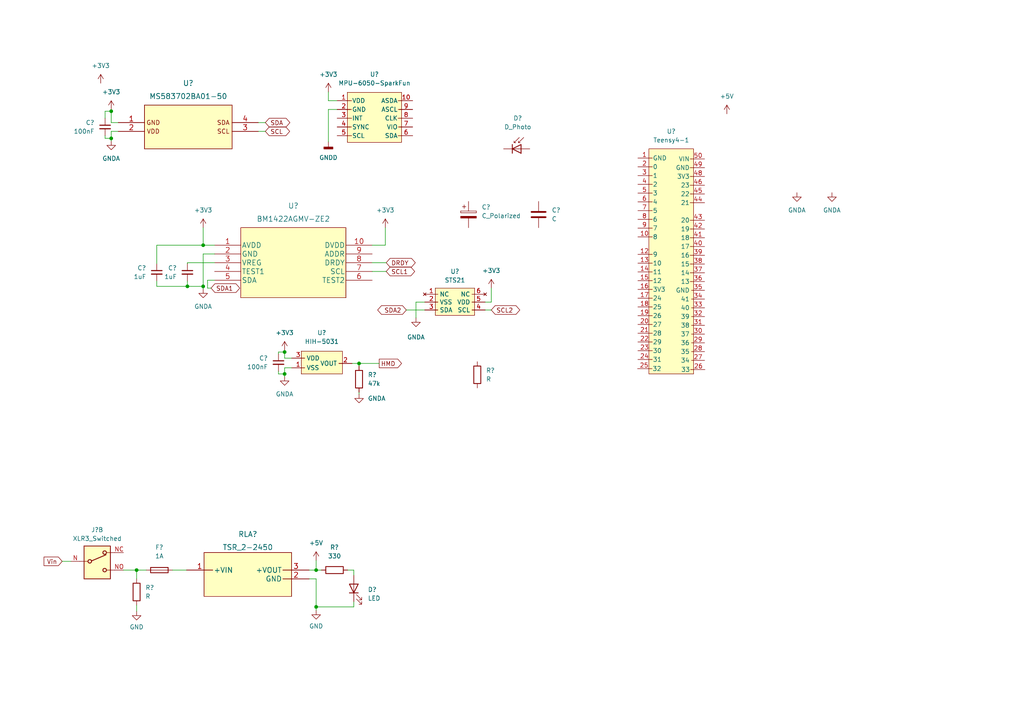
<source format=kicad_sch>
(kicad_sch (version 20211123) (generator eeschema)
  (paper "A4")
  (lib_symbols
    (symbol "CPU:Teensy4-1"
      (property "Reference" "U" (at 3.556 65.278 0))
      (property "Value" "Teensy4-1" (at 4.064 63.5 0))
      (symbol "Teensy4-1_1_1"
        (rectangle (start -2.286 62.23) (end 10.668 -3.048) (fill (type background)))
        (polyline (pts (xy -1.778 -1.524) (xy -1.3716 -1.524)) (stroke (width 0.1524)))
        (polyline (pts (xy -1.6764 1.143) (xy -1.27 1.143)) (stroke (width 0.1524)))
        (polyline (pts (xy -1.6764 3.683) (xy -1.27 3.683)) (stroke (width 0.1524)))
        (polyline (pts (xy -1.6764 6.223) (xy -1.27 6.223)) (stroke (width 0.1524)))
        (polyline (pts (xy -1.6764 8.763) (xy -1.27 8.763)) (stroke (width 0.1524)))
        (polyline (pts (xy -1.6764 11.303) (xy -1.27 11.303)) (stroke (width 0.1524)))
        (polyline (pts (xy -1.6764 13.843) (xy -1.27 13.843)) (stroke (width 0.1524)))
        (polyline (pts (xy -1.6764 16.383) (xy -1.27 16.383)) (stroke (width 0.1524)))
        (polyline (pts (xy -1.6764 18.923) (xy -1.27 18.923)) (stroke (width 0.1524)))
        (polyline (pts (xy -1.6764 21.463) (xy -1.27 21.463)) (stroke (width 0.1524)))
        (polyline (pts (xy -1.6764 24.003) (xy -1.27 24.003)) (stroke (width 0.1524)))
        (polyline (pts (xy -1.6764 26.543) (xy -1.27 26.543)) (stroke (width 0.1524)))
        (polyline (pts (xy -1.6764 29.083) (xy -1.27 29.083)) (stroke (width 0.1524)))
        (polyline (pts (xy -1.6764 31.623) (xy -1.27 31.623)) (stroke (width 0.1524)))
        (polyline (pts (xy -1.6764 36.703) (xy -1.27 36.703)) (stroke (width 0.1524)))
        (polyline (pts (xy -1.6764 39.243) (xy -1.27 39.243)) (stroke (width 0.1524)))
        (polyline (pts (xy -1.6764 41.783) (xy -1.27 41.783)) (stroke (width 0.1524)))
        (polyline (pts (xy -1.6764 44.323) (xy -1.27 44.323)) (stroke (width 0.1524)))
        (polyline (pts (xy -1.6764 46.863) (xy -1.27 46.863)) (stroke (width 0.1524)))
        (polyline (pts (xy -1.6764 49.403) (xy -1.27 49.403)) (stroke (width 0.1524)))
        (polyline (pts (xy -1.6764 51.943) (xy -1.27 51.943)) (stroke (width 0.1524)))
        (polyline (pts (xy -1.6764 54.483) (xy -1.27 54.483)) (stroke (width 0.1524)))
        (polyline (pts (xy -1.6764 57.023) (xy -1.27 57.023)) (stroke (width 0.1524)))
        (polyline (pts (xy -1.6764 59.563) (xy -1.27 59.563)) (stroke (width 0.1524)))
        (polyline (pts (xy 10.0584 23.749) (xy 9.652 23.749)) (stroke (width 0.1524)))
        (polyline (pts (xy 10.0584 26.289) (xy 9.652 26.289)) (stroke (width 0.1524)))
        (polyline (pts (xy 10.0584 28.829) (xy 9.652 28.829)) (stroke (width 0.1524)))
        (polyline (pts (xy 10.0584 31.369) (xy 9.652 31.369)) (stroke (width 0.1524)))
        (polyline (pts (xy 10.0584 33.909) (xy 9.652 33.909)) (stroke (width 0.1524)))
        (polyline (pts (xy 10.0584 36.449) (xy 9.652 36.449)) (stroke (width 0.1524)))
        (polyline (pts (xy 10.0584 38.989) (xy 9.652 38.989)) (stroke (width 0.1524)))
        (polyline (pts (xy 10.0584 41.529) (xy 9.652 41.529)) (stroke (width 0.1524)))
        (polyline (pts (xy 10.0584 46.609) (xy 9.652 46.609)) (stroke (width 0.1524)))
        (polyline (pts (xy 10.0584 49.149) (xy 9.652 49.149)) (stroke (width 0.1524)))
        (polyline (pts (xy 10.0584 51.689) (xy 9.652 51.689)) (stroke (width 0.1524)))
        (polyline (pts (xy 10.0584 54.229) (xy 9.652 54.229)) (stroke (width 0.1524)))
        (polyline (pts (xy 10.0584 56.769) (xy 9.652 56.769)) (stroke (width 0.1524)))
        (polyline (pts (xy 10.0584 59.309) (xy 9.652 59.309)) (stroke (width 0.1524)))
        (polyline (pts (xy 10.16 -1.778) (xy 9.7536 -1.778)) (stroke (width 0.1524)))
        (pin passive line (at -5.4864 59.563 0) (length 3.81) (name "GND") (number "1"))
        (pin passive line (at -5.4864 36.703 0) (length 3.81) (name "8") (number "10"))
        (pin passive line (at -5.4864 31.623 0) (length 3.81) (name "9") (number "12"))
        (pin passive line (at -5.4864 29.083 0) (length 3.81) (name "10") (number "13"))
        (pin passive line (at -5.4864 26.543 0) (length 3.81) (name "11") (number "14"))
        (pin passive line (at -5.4864 24.003 0) (length 3.81) (name "12") (number "15"))
        (pin passive line (at -5.4864 21.463 0) (length 3.81) (name "3V3") (number "16"))
        (pin passive line (at -5.4864 18.923 0) (length 3.81) (name "24") (number "17"))
        (pin passive line (at -5.4864 16.383 0) (length 3.81) (name "25") (number "18"))
        (pin passive line (at -5.4864 13.843 0) (length 3.81) (name "26") (number "19"))
        (pin passive line (at -5.4864 57.023 0) (length 3.81) (name "0") (number "2"))
        (pin passive line (at -5.4864 11.303 0) (length 3.81) (name "27") (number "20"))
        (pin passive line (at -5.4864 8.763 0) (length 3.81) (name "28") (number "21"))
        (pin passive line (at -5.4864 6.223 0) (length 3.81) (name "29") (number "22"))
        (pin passive line (at -5.4864 3.683 0) (length 3.81) (name "30") (number "23"))
        (pin passive line (at -5.4864 1.143 0) (length 3.81) (name "31") (number "24"))
        (pin passive line (at -5.588 -1.524 0) (length 3.81) (name "32") (number "25"))
        (pin passive line (at 13.97 -1.778 180) (length 3.81) (name "33") (number "26"))
        (pin passive line (at 13.8684 0.889 180) (length 3.81) (name "34") (number "27"))
        (pin passive line (at 13.8684 3.429 180) (length 3.81) (name "35") (number "28"))
        (pin passive line (at 13.8684 5.969 180) (length 3.81) (name "36") (number "29"))
        (pin passive line (at -5.4864 54.483 0) (length 3.81) (name "1") (number "3"))
        (pin passive line (at 13.8684 8.509 180) (length 3.81) (name "37") (number "30"))
        (pin passive line (at 13.8684 11.049 180) (length 3.81) (name "38") (number "31"))
        (pin passive line (at 13.8684 13.589 180) (length 3.81) (name "39") (number "32"))
        (pin passive line (at 13.8684 16.129 180) (length 3.81) (name "40") (number "33"))
        (pin passive line (at 13.8684 18.669 180) (length 3.81) (name "41") (number "34"))
        (pin passive line (at 13.8684 21.209 180) (length 3.81) (name "GND") (number "35"))
        (pin passive line (at 13.8684 23.749 180) (length 3.81) (name "13") (number "36"))
        (pin passive line (at 13.8684 26.289 180) (length 3.81) (name "14") (number "37"))
        (pin passive line (at 13.8684 28.829 180) (length 3.81) (name "15") (number "38"))
        (pin passive line (at 13.8684 31.369 180) (length 3.81) (name "16") (number "39"))
        (pin passive line (at -5.4864 51.943 0) (length 3.81) (name "2") (number "4"))
        (pin passive line (at 13.8684 33.909 180) (length 3.81) (name "17") (number "40"))
        (pin passive line (at 13.8684 36.449 180) (length 3.81) (name "18") (number "41"))
        (pin passive line (at 13.8684 38.989 180) (length 3.81) (name "19") (number "42"))
        (pin passive line (at 13.8684 41.529 180) (length 3.81) (name "20") (number "43"))
        (pin passive line (at 13.8684 46.609 180) (length 3.81) (name "21") (number "44"))
        (pin passive line (at 13.8684 49.149 180) (length 3.81) (name "22") (number "45"))
        (pin passive line (at 13.8684 51.689 180) (length 3.81) (name "23") (number "46"))
        (pin passive line (at 13.8684 54.229 180) (length 3.81) (name "3V3") (number "48"))
        (pin passive line (at 13.8684 56.769 180) (length 3.81) (name "GND") (number "49"))
        (pin passive line (at -5.4864 49.403 0) (length 3.81) (name "3") (number "5"))
        (pin passive line (at 13.8684 59.309 180) (length 3.81) (name "VIN") (number "50"))
        (pin passive line (at -5.4864 46.863 0) (length 3.81) (name "4") (number "6"))
        (pin passive line (at -5.4864 44.323 0) (length 3.81) (name "5") (number "7"))
        (pin passive line (at -5.4864 41.783 0) (length 3.81) (name "6") (number "8"))
        (pin passive line (at -5.4864 39.243 0) (length 3.81) (name "7") (number "9"))
      )
    )
    (symbol "Connector:XLR3_Switched" (pin_names hide)
      (property "Reference" "J" (at 0 8.89 0))
      (property "Value" "XLR3_Switched" (at 0 6.35 0))
      (symbol "XLR3_Switched_1_1"
        (circle (center -3.556 0) (radius 1.016))
        (circle (center 0 -3.556) (radius 1.016))
        (polyline (pts (xy -5.08 0) (xy -4.572 0)))
        (polyline (pts (xy 0 -5.08) (xy 0 -4.572)))
        (polyline (pts (xy 5.08 0) (xy 4.572 0)))
        (circle (center 0 0) (radius 5.08) (fill (type background)))
        (circle (center 3.556 0) (radius 1.016))
        (text "1" (at -3.556 1.778 0) (effects (font (size 1.016 1.016) bold)))
        (text "2" (at 3.556 1.778 0) (effects (font (size 1.016 1.016) bold)))
        (text "3" (at 0 -1.778 0) (effects (font (size 1.016 1.016) bold)))
        (pin passive line (at -7.62 0 0) (length 2.54) (name "~") (number "1"))
        (pin passive line (at 7.62 0 180) (length 2.54) (name "~") (number "2"))
        (pin passive line (at 0 -7.62 90) (length 2.54) (name "~") (number "3"))
      )
      (symbol "XLR3_Switched_2_1"
        (rectangle (start -3.81 4.445) (end 3.81 -5.08) (stroke (width 0.254)) (fill (type background)))
        (circle (center -2.159 0) (radius 0.508) (stroke (width 0.254)))
        (polyline (pts (xy -5.08 0) (xy -2.794 0)))
        (polyline (pts (xy -1.651 0.127) (xy 2.54 1.905)) (stroke (width 0.254)))
        (polyline (pts (xy 5.08 -2.54) (xy 2.794 -2.54)))
        (polyline (pts (xy 5.08 2.54) (xy 2.794 2.54)))
        (circle (center 2.159 -2.54) (radius 0.508) (stroke (width 0.254)))
        (circle (center 2.159 2.54) (radius 0.508) (stroke (width 0.254)))
        (pin passive line (at -7.62 0 0) (length 2.54) (name "~") (number "N"))
        (pin passive line (at 7.62 2.54 180) (length 2.54) (name "~") (number "NC"))
        (pin passive line (at 7.62 -2.54 180) (length 2.54) (name "~") (number "NO"))
      )
    )
    (symbol "Device:C" (pin_numbers hide) (pin_names (offset 0.254))
      (property "Reference" "C" (at 0.635 2.54 0))
      (property "Value" "C" (at 0.635 -2.54 0))
      (symbol "C_0_1"
        (polyline (pts (xy -2.032 -0.762) (xy 2.032 -0.762)) (stroke (width 0.508)))
        (polyline (pts (xy -2.032 0.762) (xy 2.032 0.762)) (stroke (width 0.508)))
      )
      (symbol "C_1_1"
        (pin passive line (at 0 3.81 270) (length 2.794) (name "~") (number "1"))
        (pin passive line (at 0 -3.81 90) (length 2.794) (name "~") (number "2"))
      )
    )
    (symbol "Device:C_Polarized" (pin_numbers hide) (pin_names (offset 0.254))
      (property "Reference" "C" (at 0.635 2.54 0))
      (property "Value" "C_Polarized" (at 0.635 -2.54 0))
      (symbol "C_Polarized_0_1"
        (rectangle (start -2.286 0.508) (end 2.286 1.016))
        (polyline (pts (xy -1.778 2.286) (xy -0.762 2.286)))
        (polyline (pts (xy -1.27 2.794) (xy -1.27 1.778)))
        (rectangle (start 2.286 -0.508) (end -2.286 -1.016) (fill (type outline)))
      )
      (symbol "C_Polarized_1_1"
        (pin passive line (at 0 3.81 270) (length 2.794) (name "~") (number "1"))
        (pin passive line (at 0 -3.81 90) (length 2.794) (name "~") (number "2"))
      )
    )
    (symbol "Device:C_Small" (pin_numbers hide) (pin_names (offset 0.254) hide)
      (property "Reference" "C" (at 0.254 1.778 0))
      (property "Value" "C_Small" (at 0.254 -2.032 0))
      (symbol "C_Small_0_1"
        (polyline (pts (xy -1.524 -0.508) (xy 1.524 -0.508)) (stroke (width 0.3302)))
        (polyline (pts (xy -1.524 0.508) (xy 1.524 0.508)) (stroke (width 0.3048)))
      )
      (symbol "C_Small_1_1"
        (pin passive line (at 0 2.54 270) (length 2.032) (name "~") (number "1"))
        (pin passive line (at 0 -2.54 90) (length 2.032) (name "~") (number "2"))
      )
    )
    (symbol "Device:D_Photo" (pin_numbers hide) (pin_names hide)
      (property "Reference" "D" (at 0.508 1.778 0))
      (property "Value" "D_Photo" (at -1.016 -2.794 0))
      (symbol "D_Photo_0_1"
        (polyline (pts (xy -2.54 1.27) (xy -2.54 -1.27)) (stroke (width 0.254)))
        (polyline (pts (xy -2.032 1.778) (xy -1.524 1.778)))
        (polyline (pts (xy 0 0) (xy -2.54 0)))
        (polyline (pts (xy -0.508 3.302) (xy -2.032 1.778) (xy -2.032 2.286)))
        (polyline (pts (xy 0 -1.27) (xy 0 1.27) (xy -2.54 0) (xy 0 -1.27)) (stroke (width 0.254)))
        (polyline (pts (xy 0.762 3.302) (xy -0.762 1.778) (xy -0.762 2.286) (xy -0.762 1.778) (xy -0.254 1.778)))
      )
      (symbol "D_Photo_1_1"
        (pin passive line (at -5.08 0 0) (length 2.54) (name "K") (number "1"))
        (pin passive line (at 2.54 0 180) (length 2.54) (name "A") (number "2"))
      )
    )
    (symbol "Device:Fuse" (pin_numbers hide) (pin_names (offset 0))
      (property "Reference" "F" (at 2.032 0 90))
      (property "Value" "Fuse" (at -1.905 0 90))
      (symbol "Fuse_0_1"
        (rectangle (start -0.762 -2.54) (end 0.762 2.54) (stroke (width 0.254)))
        (polyline (pts (xy 0 2.54) (xy 0 -2.54)))
      )
      (symbol "Fuse_1_1"
        (pin passive line (at 0 3.81 270) (length 1.27) (name "~") (number "1"))
        (pin passive line (at 0 -3.81 90) (length 1.27) (name "~") (number "2"))
      )
    )
    (symbol "Device:LED" (pin_numbers hide) (pin_names (offset 1.016) hide)
      (property "Reference" "D" (at 0 2.54 0))
      (property "Value" "LED" (at 0 -2.54 0))
      (symbol "LED_0_1"
        (polyline (pts (xy -1.27 -1.27) (xy -1.27 1.27)) (stroke (width 0.254)))
        (polyline (pts (xy -1.27 0) (xy 1.27 0)))
        (polyline (pts (xy 1.27 -1.27) (xy 1.27 1.27) (xy -1.27 0) (xy 1.27 -1.27)) (stroke (width 0.254)))
        (polyline (pts (xy -3.048 -0.762) (xy -4.572 -2.286) (xy -3.81 -2.286) (xy -4.572 -2.286) (xy -4.572 -1.524)))
        (polyline (pts (xy -1.778 -0.762) (xy -3.302 -2.286) (xy -2.54 -2.286) (xy -3.302 -2.286) (xy -3.302 -1.524)))
      )
      (symbol "LED_1_1"
        (pin passive line (at -3.81 0 0) (length 2.54) (name "K") (number "1"))
        (pin passive line (at 3.81 0 180) (length 2.54) (name "A") (number "2"))
      )
    )
    (symbol "Device:R" (pin_numbers hide) (pin_names (offset 0))
      (property "Reference" "R" (at 2.032 0 90))
      (property "Value" "R" (at 0 0 90))
      (symbol "R_0_1"
        (rectangle (start -1.016 -2.54) (end 1.016 2.54) (stroke (width 0.254)))
      )
      (symbol "R_1_1"
        (pin passive line (at 0 3.81 270) (length 1.27) (name "~") (number "1"))
        (pin passive line (at 0 -3.81 90) (length 1.27) (name "~") (number "2"))
      )
    )
    (symbol "Reference_Voltage:TSR_2-2450" (pin_names (offset 0.254))
      (property "Reference" "RLA" (at 20.32 10.16 0))
      (property "Value" "TSR_2-2450" (at 20.32 7.62 0))
      (symbol "TSR_2-2450_1_1"
        (polyline (pts (xy 7.62 5.08) (xy 7.62 -7.62)) (stroke (width 0.127)))
        (polyline (pts (xy 33.02 -7.62) (xy 33.02 5.08)) (stroke (width 0.127)))
        (polyline (pts (xy 33.02 5.08) (xy 7.62 5.08)) (stroke (width 0.127)))
        (rectangle (start 7.62 5.08) (end 33.02 -7.62) (fill (type background)))
        (pin power_in line (at 2.54 0 0) (length 7.62) (name "+VIN") (number "1"))
        (pin power_in line (at 38.1 -2.54 180) (length 7.62) (name "GND") (number "2"))
        (pin power_out line (at 38.1 0 180) (length 7.62) (name "+VOUT") (number "3"))
      )
    )
    (symbol "Sensor_Humidity:HIH-5031"
      (property "Reference" "U" (at 0 6.35 0))
      (property "Value" "HIH-5031" (at 0.254 4.572 0))
      (symbol "HIH-5031_0_1"
        (rectangle (start -5.334 3.556) (end 6.604 -3.048) (fill (type background)))
      )
      (symbol "HIH-5031_1_1"
        (pin power_in line (at -8.128 -1.27 0) (length 3.81) (name "VSS") (number "1"))
        (pin output line (at 9.398 0 180) (length 3.81) (name "VOUT") (number "2"))
        (pin power_in line (at -8.128 1.524 0) (length 3.81) (name "VDD") (number "3"))
      )
    )
    (symbol "Sensor_Magnetic:BM1422AGMV-ZE2" (pin_names (offset 0.254))
      (property "Reference" "U" (at 22.86 10.16 0))
      (property "Value" "BM1422AGMV-ZE2" (at 22.86 7.62 0))
      (symbol "BM1422AGMV-ZE2_1_1"
        (polyline (pts (xy 7.62 -15.24) (xy 38.1 -15.24)) (stroke (width 0.127)) (fill (type background)))
        (polyline (pts (xy 7.62 5.08) (xy 7.62 -15.24)) (stroke (width 0.127)) (fill (type background)))
        (polyline (pts (xy 38.1 -15.24) (xy 38.1 5.08)) (stroke (width 0.127)) (fill (type background)))
        (polyline (pts (xy 38.1 5.08) (xy 7.62 5.08)) (stroke (width 0.127)) (fill (type background)))
        (rectangle (start 7.62 5.08) (end 38.1 -15.24) (fill (type background)))
        (pin power_in line (at 0 0 0) (length 7.62) (name "AVDD") (number "1"))
        (pin power_in line (at 45.72 0 180) (length 7.62) (name "DVDD") (number "10"))
        (pin power_in line (at 0 -2.54 0) (length 7.62) (name "GND") (number "2"))
        (pin unspecified line (at 0 -5.08 0) (length 7.62) (name "VREG") (number "3"))
        (pin bidirectional line (at 0 -7.62 0) (length 7.62) (name "TEST1") (number "4"))
        (pin unspecified line (at 0 -10.16 0) (length 7.62) (name "SDA") (number "5"))
        (pin bidirectional line (at 45.72 -10.16 180) (length 7.62) (name "TEST2") (number "6"))
        (pin unspecified line (at 45.72 -7.62 180) (length 7.62) (name "SCL") (number "7"))
        (pin unspecified line (at 45.72 -5.08 180) (length 7.62) (name "DRDY") (number "8"))
        (pin unspecified line (at 45.72 -2.54 180) (length 7.62) (name "ADDR") (number "9"))
      )
    )
    (symbol "Sensor_Motion:MPU-6050-SparkFun"
      (property "Reference" "U" (at 4.318 15.3416 0))
      (property "Value" "MPU-6050-SparkFun" (at 4.318 13.5636 0))
      (symbol "MPU-6050-SparkFun_1_1"
        (rectangle (start -3.556 12.5476) (end 12.192 -1.9304) (fill (type background)))
        (polyline (pts (xy -2.6924 -0.0254) (xy -2.286 -0.0254)) (stroke (width 0.1524)))
        (polyline (pts (xy -2.6924 2.5146) (xy -2.286 2.5146)) (stroke (width 0.1524)))
        (polyline (pts (xy -2.6924 5.0546) (xy -2.286 5.0546)) (stroke (width 0.1524)))
        (polyline (pts (xy -2.6924 7.5946) (xy -2.286 7.5946)) (stroke (width 0.1524)))
        (polyline (pts (xy -2.6924 10.1346) (xy -2.286 10.1346)) (stroke (width 0.1524)))
        (polyline (pts (xy 11.5824 -0.0254) (xy 11.176 -0.0254)) (stroke (width 0.1524)))
        (polyline (pts (xy 11.5824 2.5146) (xy 11.176 2.5146)) (stroke (width 0.1524)))
        (polyline (pts (xy 11.5824 5.0546) (xy 11.176 5.0546)) (stroke (width 0.1524)))
        (polyline (pts (xy 11.5824 7.5946) (xy 11.176 7.5946)) (stroke (width 0.1524)))
        (polyline (pts (xy 11.5824 10.1346) (xy 11.176 10.1346)) (stroke (width 0.1524)))
        (pin power_in line (at -6.5024 10.1346 0) (length 3.81) (name "VDD") (number "1"))
        (pin bidirectional line (at 15.3924 10.1346 180) (length 3.81) (name "ASDA") (number "10"))
        (pin power_in line (at -6.5024 7.5946 0) (length 3.81) (name "GND") (number "2"))
        (pin output line (at -6.5024 5.0546 0) (length 3.81) (name "INT") (number "3"))
        (pin input line (at -6.5024 2.5146 0) (length 3.81) (name "SYNC") (number "4"))
        (pin bidirectional line (at -6.5024 -0.0254 0) (length 3.81) (name "SCL") (number "5"))
        (pin bidirectional line (at 15.3924 -0.0254 180) (length 3.81) (name "SDA") (number "6"))
        (pin input line (at 15.3924 2.5146 180) (length 3.81) (name "VIO") (number "7"))
        (pin input line (at 15.3924 5.0546 180) (length 3.81) (name "CLK") (number "8"))
        (pin bidirectional line (at 15.3924 7.5946 180) (length 3.81) (name "ASCL") (number "9"))
      )
    )
    (symbol "Sensor_Pressure:MS583702BA01-50" (pin_names (offset 0.254) hide)
      (property "Reference" "U" (at 20.32 10.16 0))
      (property "Value" "MS583702BA01-50" (at 20.32 7.62 0))
      (symbol "MS583702BA01-50_0_0"
        (text "GND" (at 10.16 0 0) (effects (font (size 1.27 1.27))))
        (text "SCL" (at 30.48 -2.54 0) (effects (font (size 1.27 1.27))))
        (text "SDA" (at 30.48 0 0) (effects (font (size 1.27 1.27))))
        (text "VDD" (at 10.16 -2.54 0) (effects (font (size 1.27 1.27))))
      )
      (symbol "MS583702BA01-50_1_1"
        (polyline (pts (xy 7.62 -7.62) (xy 33.02 -7.62)) (stroke (width 0.127)))
        (polyline (pts (xy 7.62 5.08) (xy 7.62 -7.62)) (stroke (width 0.127)))
        (polyline (pts (xy 33.02 -7.62) (xy 33.02 5.08)) (stroke (width 0.127)))
        (polyline (pts (xy 33.02 5.08) (xy 7.62 5.08)) (stroke (width 0.127)))
        (rectangle (start 7.62 5.08) (end 33.02 -7.62) (fill (type background)))
        (pin power_in line (at 0 0 0) (length 7.62) (name "GND") (number "1"))
        (pin power_in line (at 0 -2.54 0) (length 7.62) (name "VDD") (number "2"))
        (pin bidirectional line (at 40.64 -2.54 180) (length 7.62) (name "SCL") (number "3"))
        (pin bidirectional line (at 40.64 0 180) (length 7.62) (name "SDA") (number "4"))
      )
    )
    (symbol "Sensor_Temperature:STS21"
      (property "Reference" "U" (at 8.636 13.716 0))
      (property "Value" "STS21" (at 8.636 11.684 0))
      (symbol "STS21_0_1"
        (rectangle (start 3.048 10.414) (end 14.478 2.54) (fill (type background)))
      )
      (symbol "STS21_1_1"
        (pin no_connect line (at 0 8.636 0) (length 3.81) (name "NC") (number "1"))
        (pin power_in line (at 0 6.35 0) (length 3.81) (name "VSS") (number "2"))
        (pin bidirectional line (at 0 4.064 0) (length 3.81) (name "SDA") (number "3"))
        (pin bidirectional line (at 17.526 4.064 180) (length 3.81) (name "SCL") (number "4"))
        (pin power_in line (at 17.526 6.35 180) (length 3.81) (name "VDD") (number "5"))
        (pin no_connect line (at 17.526 8.636 180) (length 3.81) (name "NC") (number "6"))
      )
    )
    (symbol "power:+3V3" (power) (pin_names (offset 0))
      (property "Value" "+3V3" (at 0 3.556 0))
      (symbol "+3V3_0_1"
        (polyline (pts (xy -0.762 1.27) (xy 0 2.54)))
        (polyline (pts (xy 0 0) (xy 0 2.54)))
        (polyline (pts (xy 0 2.54) (xy 0.762 1.27)))
      )
      (symbol "+3V3_1_1"
        (pin power_in line (at 0 0 90) (length 0) hide (name "+3V3") (number "1"))
      )
    )
    (symbol "power:+5V" (power) (pin_names (offset 0))
      (property "Value" "+5V" (at 0 3.556 0))
      (symbol "+5V_0_1"
        (polyline (pts (xy -0.762 1.27) (xy 0 2.54)))
        (polyline (pts (xy 0 0) (xy 0 2.54)))
        (polyline (pts (xy 0 2.54) (xy 0.762 1.27)))
      )
      (symbol "+5V_1_1"
        (pin power_in line (at 0 0 90) (length 0) hide (name "+5V") (number "1"))
      )
    )
    (symbol "power:GND" (power) (pin_names (offset 0))
      (property "Value" "GND" (at 0 -3.81 0))
      (symbol "GND_0_1"
        (polyline (pts (xy 0 0) (xy 0 -1.27) (xy 1.27 -1.27) (xy 0 -2.54) (xy -1.27 -1.27) (xy 0 -1.27)))
      )
      (symbol "GND_1_1"
        (pin power_in line (at 0 0 270) (length 0) hide (name "GND") (number "1"))
      )
    )
    (symbol "power:GNDA" (power) (pin_names (offset 0))
      (property "Value" "GNDA" (at 0 -3.81 0))
      (symbol "GNDA_0_1"
        (polyline (pts (xy 0 0) (xy 0 -1.27) (xy 1.27 -1.27) (xy 0 -2.54) (xy -1.27 -1.27) (xy 0 -1.27)))
      )
      (symbol "GNDA_1_1"
        (pin power_in line (at 0 0 270) (length 0) hide (name "GNDA") (number "1"))
      )
    )
    (symbol "power:GNDD" (power) (pin_names (offset 0))
      (property "Value" "GNDD" (at 0 -3.175 0))
      (symbol "GNDD_0_1"
        (rectangle (start -1.27 -1.524) (end 1.27 -2.032) (stroke (width 0.254)) (fill (type outline)))
        (polyline (pts (xy 0 0) (xy 0 -1.524)))
      )
      (symbol "GNDD_1_1"
        (pin power_in line (at 0 0 270) (length 0) hide (name "GNDD") (number "1"))
      )
    )
  )
  (junction (at 82.55 102.108))
  (junction (at 91.694 165.354))
  (junction (at 58.928 83.058))
  (junction (at 91.694 176.022))
  (junction (at 39.624 165.354))
  (junction (at 82.55 108.458))
  (junction (at 32.258 40.132))
  (junction (at 104.14 105.41))
  (junction (at 32.258 32.258))
  (junction (at 58.928 71.12))
  (junction (at 54.356 83.058))
  (wire (pts (xy 102.616 174.498) (xy 102.616 176.022)))
  (wire (pts (xy 120.65 87.63) (xy 123.19 87.63)))
  (wire (pts (xy 84.582 106.68) (xy 82.55 106.68)))
  (wire (pts (xy 80.772 102.616) (xy 80.772 102.108)))
  (wire (pts (xy 30.48 40.132) (xy 32.258 40.132)))
  (wire (pts (xy 95.25 26.67) (xy 95.25 29.21)))
  (wire (pts (xy 54.356 76.2) (xy 62.23 76.2)))
  (wire (pts (xy 30.48 34.29) (xy 30.48 32.258)))
  (wire (pts (xy 107.95 71.12) (xy 111.76 71.12)))
  (wire (pts (xy 104.14 105.41) (xy 109.982 105.41)))
  (wire (pts (xy 82.55 101.6) (xy 82.55 102.108)))
  (wire (pts (xy 54.356 81.534) (xy 54.356 83.058)))
  (wire (pts (xy 54.356 83.058) (xy 58.928 83.058)))
  (wire (pts (xy 91.694 162.56) (xy 91.694 165.354)))
  (wire (pts (xy 89.662 165.354) (xy 91.694 165.354)))
  (wire (pts (xy 100.838 165.354) (xy 102.616 165.354)))
  (wire (pts (xy 95.25 31.75) (xy 97.79 31.75)))
  (wire (pts (xy 45.466 76.454) (xy 45.466 71.12)))
  (wire (pts (xy 45.466 81.534) (xy 45.466 83.058)))
  (wire (pts (xy 58.928 73.66) (xy 62.23 73.66)))
  (wire (pts (xy 89.662 167.894) (xy 91.694 167.894)))
  (wire (pts (xy 140.716 89.916) (xy 142.494 89.916)))
  (wire (pts (xy 60.198 83.566) (xy 61.214 83.566)))
  (wire (pts (xy 34.29 38.1) (xy 32.258 38.1)))
  (wire (pts (xy 39.624 165.354) (xy 42.418 165.354)))
  (wire (pts (xy 111.76 71.12) (xy 111.76 66.04)))
  (wire (pts (xy 39.624 175.514) (xy 39.624 177.292)))
  (wire (pts (xy 32.258 31.75) (xy 32.258 32.258)))
  (wire (pts (xy 58.928 83.82) (xy 58.928 83.058)))
  (wire (pts (xy 104.14 113.792) (xy 104.14 114.3)))
  (wire (pts (xy 18.034 162.814) (xy 20.574 162.814)))
  (wire (pts (xy 35.814 165.354) (xy 39.624 165.354)))
  (wire (pts (xy 58.928 83.058) (xy 58.928 73.66)))
  (wire (pts (xy 82.55 106.68) (xy 82.55 108.458)))
  (wire (pts (xy 30.48 39.37) (xy 30.48 40.132)))
  (wire (pts (xy 80.772 108.458) (xy 82.55 108.458)))
  (wire (pts (xy 58.928 71.12) (xy 62.23 71.12)))
  (wire (pts (xy 30.48 32.258) (xy 32.258 32.258)))
  (wire (pts (xy 60.198 81.28) (xy 60.198 83.566)))
  (wire (pts (xy 58.928 66.04) (xy 58.928 71.12)))
  (wire (pts (xy 32.258 40.132) (xy 32.258 40.894)))
  (wire (pts (xy 74.93 35.56) (xy 76.962 35.56)))
  (wire (pts (xy 95.25 41.148) (xy 95.25 31.75)))
  (wire (pts (xy 80.772 102.108) (xy 82.55 102.108)))
  (wire (pts (xy 91.694 176.022) (xy 102.616 176.022)))
  (wire (pts (xy 50.038 165.354) (xy 54.102 165.354)))
  (wire (pts (xy 142.494 87.63) (xy 140.716 87.63)))
  (wire (pts (xy 74.93 38.1) (xy 76.962 38.1)))
  (wire (pts (xy 91.694 165.354) (xy 93.218 165.354)))
  (wire (pts (xy 54.356 76.454) (xy 54.356 76.2)))
  (wire (pts (xy 142.494 83.566) (xy 142.494 87.63)))
  (wire (pts (xy 45.466 71.12) (xy 58.928 71.12)))
  (wire (pts (xy 120.65 92.202) (xy 120.65 87.63)))
  (wire (pts (xy 107.95 78.74) (xy 112.014 78.74)))
  (wire (pts (xy 39.624 167.894) (xy 39.624 165.354)))
  (wire (pts (xy 32.258 38.1) (xy 32.258 40.132)))
  (wire (pts (xy 82.55 103.886) (xy 84.582 103.886)))
  (wire (pts (xy 91.694 167.894) (xy 91.694 176.022)))
  (wire (pts (xy 82.55 108.458) (xy 82.55 109.22)))
  (wire (pts (xy 32.258 32.258) (xy 32.258 35.56)))
  (wire (pts (xy 82.55 102.108) (xy 82.55 103.886)))
  (wire (pts (xy 107.95 76.2) (xy 112.014 76.2)))
  (wire (pts (xy 102.108 105.41) (xy 104.14 105.41)))
  (wire (pts (xy 102.616 165.354) (xy 102.616 166.878)))
  (wire (pts (xy 32.258 35.56) (xy 34.29 35.56)))
  (wire (pts (xy 104.14 106.172) (xy 104.14 105.41)))
  (wire (pts (xy 117.856 89.916) (xy 123.19 89.916)))
  (wire (pts (xy 80.772 107.696) (xy 80.772 108.458)))
  (wire (pts (xy 62.23 81.28) (xy 60.198 81.28)))
  (wire (pts (xy 45.466 83.058) (xy 54.356 83.058)))
  (wire (pts (xy 95.25 29.21) (xy 97.79 29.21)))
  (wire (pts (xy 91.694 176.022) (xy 91.694 177.038)))
  (global_label "HMD" (shape output) (at 109.982 105.41 0) (property "Intersheet References" "${INTERSHEET_REFS}" (effects hide)))
  (global_label "SDA2" (shape bidirectional) (at 117.856 89.916 180) (property "Intersheet References" "${INTERSHEET_REFS}" (effects hide)))
  (global_label "SCL1" (shape bidirectional) (at 112.014 78.74 0) (property "Intersheet References" "${INTERSHEET_REFS}" (effects hide)))
  (global_label "SCL2" (shape bidirectional) (at 142.494 89.916 0) (property "Intersheet References" "${INTERSHEET_REFS}" (effects hide)))
  (global_label "DRDY" (shape bidirectional) (at 112.014 76.2 0) (property "Intersheet References" "${INTERSHEET_REFS}" (effects hide)))
  (global_label "SDA" (shape bidirectional) (at 76.962 35.56 0) (property "Intersheet References" "${INTERSHEET_REFS}" (effects hide)))
  (global_label "SDA1" (shape bidirectional) (at 61.214 83.566 0) (property "Intersheet References" "${INTERSHEET_REFS}" (effects hide)))
  (global_label "Vin" (shape input) (at 18.034 162.814 180) (property "Intersheet References" "${INTERSHEET_REFS}" (effects hide)))
  (global_label "SCL" (shape bidirectional) (at 76.962 38.1 0) (property "Intersheet References" "${INTERSHEET_REFS}" (effects hide)))
  (symbol (lib_id "Device:C_Polarized") (at 135.89 62.23 0) (unit 1)
    (property "Reference" "C?" (at 139.7 60.0709 0) (effects (justify left)))
    (property "Value" "C_Polarized" (at 139.7 62.6109 0) (effects (justify left)))
  )
  (symbol (lib_id "power:GNDA") (at 58.928 83.82 0) (unit 1)
    (property "Reference" "#PWR?" (effects hide))
    (property "Value" "GNDA" (at 58.928 88.9 0))
  )
  (symbol (lib_id "Device:D_Photo") (at 151.13 43.18 0) (unit 1)
    (property "Reference" "D?" (at 150.1775 34.29 0))
    (property "Value" "D_Photo" (at 150.1775 36.83 0))
  )
  (symbol (lib_id "power:GNDA") (at 241.3 55.88 0) (unit 1)
    (property "Reference" "#PWR?" (effects hide))
    (property "Value" "GNDA" (at 241.3 60.96 0))
  )
  (symbol (lib_id "Device:R") (at 97.028 165.354 90) (unit 1)
    (property "Reference" "R?" (at 97.028 158.75 90))
    (property "Value" "330" (at 97.028 161.29 90))
  )
  (symbol (lib_id "power:+3V3") (at 142.494 83.566 0) (unit 1)
    (property "Reference" "#PWR?" (effects hide))
    (property "Value" "+3V3" (at 142.494 78.486 0))
  )
  (symbol (lib_id "power:+3V3") (at 111.76 66.04 0) (unit 1)
    (property "Reference" "#PWR?" (effects hide))
    (property "Value" "+3V3" (at 111.76 60.96 0))
  )
  (symbol (lib_id "power:GNDA") (at 120.65 92.202 0) (unit 1)
    (property "Reference" "#PWR?" (effects hide))
    (property "Value" "GNDA" (at 120.65 97.79 0))
  )
  (symbol (lib_id "Device:C_Small") (at 45.466 78.994 0) (unit 1)
    (property "Reference" "C?" (at 42.418 77.7302 0) (effects (justify right)))
    (property "Value" "1uF" (at 42.418 80.2702 0) (effects (justify right)))
    (property "Footprint" "Capacitor_SMD:C_0805_2012Metric" (effects hide))
  )
  (symbol (lib_id "Device:C") (at 156.21 62.23 0) (unit 1)
    (property "Reference" "C?" (at 160.02 60.9599 0) (effects (justify left)))
    (property "Value" "C" (at 160.02 63.4999 0) (effects (justify left)))
  )
  (symbol (lib_id "power:GND") (at 91.694 177.038 0) (unit 1)
    (property "Reference" "#PWR?" (effects hide))
    (property "Value" "GND" (at 91.694 181.61 0))
  )
  (symbol (lib_id "Device:R") (at 138.43 108.712 0) (unit 1)
    (property "Reference" "R?" (at 140.97 107.4419 0) (effects (justify left)))
    (property "Value" "R" (at 140.97 109.9819 0) (effects (justify left)))
  )
  (symbol (lib_id "Sensor_Magnetic:BM1422AGMV-ZE2") (at 62.23 71.12 0) (unit 1)
    (property "Reference" "U?" (at 85.09 59.69 0) (effects (font (size 1.524 1.524))))
    (property "Value" "BM1422AGMV-ZE2" (at 85.09 63.5 0) (effects (font (size 1.524 1.524))))
    (property "Footprint" "MLGA010V020A_ROM" (effects hide))
  )
  (symbol (lib_id "power:+3V3") (at 29.21 24.13 0) (unit 1)
    (property "Reference" "#PWR?" (effects hide))
    (property "Value" "+3V3" (at 29.21 19.05 0))
  )
  (symbol (lib_id "Device:Fuse") (at 46.228 165.354 90) (unit 1)
    (property "Reference" "F?" (at 46.228 158.75 90))
    (property "Value" "1A" (at 46.228 161.29 90))
  )
  (symbol (lib_id "CPU:Teensy4-1") (at 190.5 105.41 0) (unit 1)
    (property "Reference" "U?" (at 194.691 38.1 0))
    (property "Value" "Teensy4-1" (at 194.691 40.64 0))
  )
  (symbol (lib_id "power:GNDA") (at 32.258 40.894 0) (unit 1)
    (property "Reference" "#PWR?" (effects hide))
    (property "Value" "GNDA" (at 32.258 45.974 0))
  )
  (symbol (lib_id "power:+3V3") (at 58.928 66.04 0) (unit 1)
    (property "Reference" "#PWR?" (effects hide))
    (property "Value" "+3V3" (at 58.928 60.96 0))
  )
  (symbol (lib_id "power:GNDA") (at 104.14 114.3 0) (unit 1)
    (property "Reference" "#PWR?" (effects hide))
    (property "Value" "GNDA" (at 106.68 115.5699 0) (effects (justify left)))
  )
  (symbol (lib_id "power:+3V3") (at 82.55 101.6 0) (unit 1)
    (property "Reference" "#PWR?" (effects hide))
    (property "Value" "+3V3" (at 82.55 96.52 0))
  )
  (symbol (lib_id "power:GNDA") (at 231.14 55.88 0) (unit 1)
    (property "Reference" "#PWR?" (effects hide))
    (property "Value" "GNDD" (at 231.14 60.96 0))
  )
  (symbol (lib_id "power:+3V3") (at 32.258 31.75 0) (unit 1)
    (property "Reference" "#PWR?" (effects hide))
    (property "Value" "+3V3" (at 32.258 26.67 0))
  )
  (symbol (lib_id "Reference_Voltage:TSR_2-2450") (at 51.562 165.354 0) (unit 1)
    (property "Reference" "RLA?" (at 71.882 154.94 0) (effects (font (size 1.524 1.524))))
    (property "Value" "TSR_2-2450" (at 71.882 158.75 0) (effects (font (size 1.524 1.524))))
    (property "Footprint" "TSR2-SINGLE_TRP" (effects hide))
  )
  (symbol (lib_id "Device:C_Small") (at 30.48 36.83 0) (unit 1)
    (property "Reference" "C?" (at 27.432 35.5662 0) (effects (justify right)))
    (property "Value" "100nF" (at 27.432 38.1062 0) (effects (justify right)))
    (property "Footprint" "Capacitor_SMD:C_0805_2012Metric" (effects hide))
  )
  (symbol (lib_id "power:+3V3") (at 95.25 26.67 0) (unit 1)
    (property "Reference" "#PWR?" (effects hide))
    (property "Value" "+3V3" (at 95.25 21.59 0))
  )
  (symbol (lib_id "Device:R") (at 39.624 171.704 0) (unit 1)
    (property "Reference" "R?" (at 42.164 170.4339 0) (effects (justify left)))
    (property "Value" "R" (at 42.164 172.9739 0) (effects (justify left)))
  )
  (symbol (lib_id "Device:LED") (at 102.616 170.688 90) (unit 1)
    (property "Reference" "D?" (at 106.68 171.0054 90) (effects (justify right)))
    (property "Value" "LED" (at 106.68 173.5454 90) (effects (justify right)))
  )
  (symbol (lib_id "power:GND") (at 39.624 177.292 0) (unit 1)
    (property "Reference" "#PWR?" (effects hide))
    (property "Value" "GND" (at 39.624 181.864 0))
  )
  (symbol (lib_id "power:+5V") (at 210.82 33.02 0) (unit 1)
    (property "Reference" "#PWR?" (effects hide))
    (property "Value" "+5V" (at 210.82 27.94 0))
  )
  (symbol (lib_id "Connector:XLR3_Switched") (at 28.194 162.814 0) (unit 2)
    (property "Reference" "J?" (at 28.194 153.67 0))
    (property "Value" "XLR3_Switched" (at 28.194 156.21 0))
    (property "Datasheet" " ~" (effects hide))
  )
  (symbol (lib_id "Device:C_Small") (at 54.356 78.994 0) (unit 1)
    (property "Reference" "C?" (at 51.308 77.7302 0) (effects (justify right)))
    (property "Value" "1uF" (at 51.308 80.2702 0) (effects (justify right)))
    (property "Footprint" "Capacitor_SMD:C_0805_2012Metric" (effects hide))
  )
  (symbol (lib_id "Sensor_Motion:MPU-6050-SparkFun") (at 104.2924 39.3446 0) (unit 1)
    (property "Reference" "U?" (at 108.6104 21.5646 0))
    (property "Value" "MPU-6050-SparkFun" (at 108.6104 24.1046 0))
  )
  (symbol (lib_id "power:GNDA") (at 82.55 109.22 0) (unit 1)
    (property "Reference" "#PWR?" (effects hide))
    (property "Value" "GNDA" (at 82.55 114.3 0))
  )
  (symbol (lib_id "power:+5V") (at 91.694 162.56 0) (unit 1)
    (property "Reference" "#PWR?" (effects hide))
    (property "Value" "+5V" (at 91.694 157.48 0))
  )
  (symbol (lib_id "Device:R") (at 104.14 109.982 0) (unit 1)
    (property "Reference" "R?" (at 106.68 108.7119 0) (effects (justify left)))
    (property "Value" "47k" (at 106.68 111.2519 0) (effects (justify left)))
    (property "Footprint" "Resistor_SMD:R_0805_2012Metric_Pad1.20x1.40mm_HandSolder" (effects hide))
  )
  (symbol (lib_id "Sensor_Temperature:STS21") (at 123.19 93.98 0) (unit 1)
    (property "Reference" "U?" (at 131.953 78.74 0))
    (property "Value" "STS21" (at 131.953 81.28 0))
  )
  (symbol (lib_id "Sensor_Pressure:MS583702BA01-50") (at 34.29 35.56 0) (unit 1)
    (property "Reference" "U?" (at 54.61 24.13 0) (effects (font (size 1.524 1.524))))
    (property "Value" "MS583702BA01-50" (at 54.61 27.94 0) (effects (font (size 1.524 1.524))))
    (property "Footprint" "MS5837-02BA01_TEC" (effects hide))
  )
  (symbol (lib_id "power:GNDD") (at 95.25 41.148 0) (unit 1)
    (property "Reference" "#PWR?" (effects hide))
    (property "Value" "GNDD" (at 95.25 45.72 0))
  )
  (symbol (lib_id "Device:C_Small") (at 80.772 105.156 0) (unit 1)
    (property "Reference" "C?" (at 77.724 103.8922 0) (effects (justify right)))
    (property "Value" "100nF" (at 77.724 106.4322 0) (effects (justify right)))
    (property "Footprint" "Capacitor_SMD:C_0805_2012Metric" (effects hide))
  )
  (symbol (lib_id "Sensor_Humidity:HIH-5031") (at 92.71 105.41 0) (unit 1)
    (property "Reference" "U?" (at 93.345 96.52 0))
    (property "Value" "HIH-5031" (at 93.345 99.06 0))
  )
)
</source>
